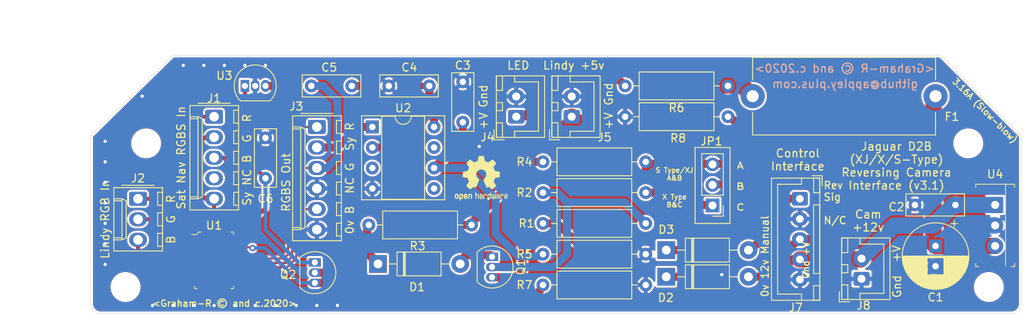
<source format=kicad_pcb>
(kicad_pcb (version 20171130) (host pcbnew 5.1.5-1.fc31)
  (title_block (title "Reversing Camera RGB Interface") (date 15/04/2020) (rev V3.1) (comment 2 "FSAV433/LM1881 based PCB Prototype") (comment 4 "Author: Graham-R"))
  (layers (0 F.Cu signal hide) (31 B.Cu signal hide) (34 B.Paste user hide) (35 F.Paste user hide) (36 B.SilkS user) (37 F.SilkS user) (38 B.Mask user) (39 F.Mask user) (44 Edge.Cuts user))
  (net 0 "")
  (net 1 GND)
  (net 2 "Net-(C3-Pad2)")
  (net 3 "Net-(C5-Pad1)")
  (net 4 "Net-(C5-Pad2)")
  (net 5 "Net-(J1-Pad1)")
  (net 6 "Net-(J1-Pad2)")
  (net 7 "Net-(J1-Pad3)")
  (net 8 "Net-(J2-Pad1)")
  (net 9 "Net-(J2-Pad2)")
  (net 10 "Net-(J2-Pad3)")
  (net 11 "Net-(J3-Pad1)")
  (net 12 "Net-(J3-Pad2)")
  (net 13 "Net-(J3-Pad5)")
  (net 14 "Net-(Q2-Pad3)")
  (net 15 "Net-(C1-Pad1)")
  (net 16 "Net-(C2-Pad2)")
  (net 17 +5V)
  (net 18 "Net-(J4-Pad1)")
  (net 19 "Net-(D1-Pad1)")
  (net 20 "Net-(D1-Pad2)")
  (net 21 "Net-(D2-Pad2)")
  (net 22 "Net-(D2-Pad1)")
  (net 23 "Net-(D3-Pad1)")
  (net 24 "Net-(D3-Pad2)")
  (net 25 "Net-(JP1-Pad1)")
  (net 26 "Net-(Q1-Pad2)")
  (net 27 "Net-(Q2-Pad2)")
  (net 28 +3.3V)
  (module AA_GR_KICAD-footprints:TSSOP-20_W4.4mm (layer F.Cu) (at 40.64 50.8 270)
    (fp_text reference U1 (at -4.318 0 180) (layer F.SilkS))
    (fp_text value FSAV433_Video_Switch)
    (pad 1 smd rect (at -2.925 2.8 270) (size 0.3 1.6) (layers F.Cu F.Paste F.Mask) (net 1 GND))
    (pad 2 smd rect (at -2.275 2.8 270) (size 0.3 1.6) (layers F.Cu F.Paste F.Mask) (net 5 "Net-(J1-Pad1)"))
    (pad 3 smd rect (at -1.625 2.8 270) (size 0.3 1.6) (layers F.Cu F.Paste F.Mask) (net 8 "Net-(J2-Pad1)"))
    (pad 4 smd rect (at -0.975 2.8 270) (size 0.3 1.6) (layers F.Cu F.Paste F.Mask) (net 1 GND))
    (pad 5 smd rect (at -0.325 2.8 270) (size 0.3 1.6) (layers F.Cu F.Paste F.Mask) (net 1 GND))
    (pad 6 smd rect (at 0.325 2.8 270) (size 0.3 1.6) (layers F.Cu F.Paste F.Mask) (net 6 "Net-(J1-Pad2)"))
    (pad 7 smd rect (at 0.975 2.8 270) (size 0.3 1.6) (layers F.Cu F.Paste F.Mask) (net 9 "Net-(J2-Pad2)"))
    (pad 8 smd rect (at 1.625 2.8 270) (size 0.3 1.6) (layers F.Cu F.Paste F.Mask) (net 1 GND))
    (pad 9 smd rect (at 2.275 2.8 270) (size 0.3 1.6) (layers F.Cu F.Paste F.Mask) (net 1 GND))
    (pad 10 smd rect (at 2.925 2.8 270) (size 0.3 1.6) (layers F.Cu F.Paste F.Mask) (net 7 "Net-(J1-Pad3)"))
    (pad 11 smd rect (at 2.925 -2.8 270) (size 0.3 1.6) (layers F.Cu F.Paste F.Mask) (net 10 "Net-(J2-Pad3)"))
    (pad 12 smd rect (at 2.275 -2.8 270) (size 0.3 1.6) (layers F.Cu F.Paste F.Mask) (net 1 GND))
    (pad 13 smd rect (at 1.625 -2.8 270) (size 0.3 1.6) (layers F.Cu F.Paste F.Mask) (net 13 "Net-(J3-Pad5)"))
    (pad 14 smd rect (at 0.975 -2.8 270) (size 0.3 1.6) (layers F.Cu F.Paste F.Mask) (net 1 GND))
    (pad 15 smd rect (at 0.325 -2.8 270) (size 0.3 1.6) (layers F.Cu F.Paste F.Mask) (net 4 "Net-(C5-Pad2)"))
    (pad 16 smd rect (at -0.325 -2.8 270) (size 0.3 1.6) (layers F.Cu F.Paste F.Mask) (net 1 GND))
    (pad 17 smd rect (at -0.975 -2.8 270) (size 0.3 1.6) (layers F.Cu F.Paste F.Mask) (net 11 "Net-(J3-Pad1)"))
    (pad 18 smd rect (at -1.625 -2.8 270) (size 0.3 1.6) (layers F.Cu F.Paste F.Mask) (net 14 "Net-(Q2-Pad3)"))
    (pad 19 smd rect (at -2.275 -2.8 270) (size 0.3 1.6) (layers F.Cu F.Paste F.Mask) (net 28 +3.3V))
    (pad 20 smd rect (at -2.925 -2.8 270) (size 0.3 1.6) (layers F.Cu F.Paste F.Mask) (net 28 +3.3V))
  )
  (module Symbol:OSHW-Logo2_7.3x6mm_SilkScreen (layer F.Cu) (at 73.66 40.64)
    (fp_text reference REF** hide)
    (fp_text value OSHW-Logo2_7.3x6mm_SilkScreen hide)
  )
  (module Capacitor_THT:C_Rect_L7.0mm_W2.5mm_P5.00mm (layer F.Cu) (at 57.658 29.21 180)
    (fp_text reference C5 (at 2.794 2.286) (layer F.SilkS))
    (fp_text value 104K)
    (pad 1 thru_hole circle (at 0 0 180) (size 1.6 1.6) (drill 0.8) (layers *.Cu *.Mask) (net 3 "Net-(C5-Pad1)"))
    (pad 2 thru_hole circle (at 5 0 180) (size 1.6 1.6) (drill 0.8) (layers *.Cu *.Mask) (net 4 "Net-(C5-Pad2)"))
  )
  (module Package_DIP:DIP-8_W7.62mm_Socket (layer F.Cu) (at 60.198 34.29)
    (fp_text reference U2 (at 3.81 -2.33) (layer F.SilkS))
    (fp_text value LM1881_DIP8)
    (pad 1 thru_hole rect (at 0 0) (size 1.6 1.6) (drill 0.8) (layers *.Cu *.Mask) (net 12 "Net-(J3-Pad2)"))
    (pad 5 thru_hole oval (at 7.62 7.62) (size 1.6 1.6) (drill 0.8) (layers *.Cu *.Mask))
    (pad 2 thru_hole oval (at 0 2.54) (size 1.6 1.6) (drill 0.8) (layers *.Cu *.Mask) (net 3 "Net-(C5-Pad1)"))
    (pad 6 thru_hole oval (at 7.62 5.08) (size 1.6 1.6) (drill 0.8) (layers *.Cu *.Mask) (net 2 "Net-(C3-Pad2)"))
    (pad 3 thru_hole oval (at 0 5.08) (size 1.6 1.6) (drill 0.8) (layers *.Cu *.Mask))
    (pad 7 thru_hole oval (at 7.62 2.54) (size 1.6 1.6) (drill 0.8) (layers *.Cu *.Mask))
    (pad 4 thru_hole oval (at 0 7.62) (size 1.6 1.6) (drill 0.8) (layers *.Cu *.Mask) (net 1 GND))
    (pad 8 thru_hole oval (at 7.62 0) (size 1.6 1.6) (drill 0.8) (layers *.Cu *.Mask) (net 17 +5V))
  )
  (module Connector_Molex:Molex_KK-254_AE-6410-06A_1x06_P2.54mm_Vertical (layer F.Cu) (at 53.34 34.29 270)
    (fp_text reference J3 (at -2.54 2.54 180) (layer F.SilkS))
    (fp_text value Conn_01x06)
    (pad 1 thru_hole roundrect (at 0 0 270) (size 1.74 2.2) (drill 1.2) (layers *.Cu *.Mask) (roundrect_rratio 0.143678) (net 11 "Net-(J3-Pad1)"))
    (pad 2 thru_hole oval (at 2.54 0 270) (size 1.74 2.2) (drill 1.2) (layers *.Cu *.Mask) (net 12 "Net-(J3-Pad2)"))
    (pad 3 thru_hole oval (at 5.08 0 270) (size 1.74 2.2) (drill 1.2) (layers *.Cu *.Mask) (net 4 "Net-(C5-Pad2)"))
    (pad 4 thru_hole oval (at 7.62 0 270) (size 1.74 2.2) (drill 1.2) (layers *.Cu *.Mask) (net 1 GND))
    (pad 5 thru_hole oval (at 10.16 0 270) (size 1.74 2.2) (drill 1.2) (layers *.Cu *.Mask) (net 13 "Net-(J3-Pad5)"))
    (pad 6 thru_hole oval (at 12.7 0 270) (size 1.74 2.2) (drill 1.2) (layers *.Cu *.Mask) (net 1 GND))
  )
  (module Connector_JST:JST_XH_B5B-XH-A_1x05_P2.50mm_Vertical (layer F.Cu) (at 113.03 43.18 270)
    (fp_text reference J7 (at 13.462 0.508 180) (layer F.SilkS))
    (fp_text value Conn_01x05)
    (pad 1 thru_hole roundrect (at 0 0 270) (size 1.7 1.95) (drill 0.95) (layers *.Cu *.Mask) (roundrect_rratio 0.147059) (net 24 "Net-(D3-Pad2)"))
    (pad 2 thru_hole oval (at 2.5 0 270) (size 1.7 1.95) (drill 0.95) (layers *.Cu *.Mask) (net 1 GND))
    (pad 3 thru_hole oval (at 5 0 270) (size 1.7 1.95) (drill 0.95) (layers *.Cu *.Mask) (net 21 "Net-(D2-Pad2)"))
    (pad 4 thru_hole oval (at 7.5 0 270) (size 1.7 1.95) (drill 0.95) (layers *.Cu *.Mask) (net 16 "Net-(C2-Pad2)"))
    (pad 5 thru_hole oval (at 10 0 270) (size 1.7 1.95) (drill 0.95) (layers *.Cu *.Mask) (net 1 GND))
  )
  (module Capacitor_THT:CP_Radial_D8.0mm_P2.50mm (layer F.Cu) (at 129.794 49.022 270)
    (fp_text reference C1 (at 6.35 0 180) (layer F.SilkS))
    (fp_text value 220uF/25V)
    (pad 1 thru_hole rect (at 0 0 270) (size 1.6 1.6) (drill 0.8) (layers *.Cu *.Mask) (net 15 "Net-(C1-Pad1)"))
    (pad 2 thru_hole circle (at 2.5 0 270) (size 1.6 1.6) (drill 0.8) (layers *.Cu *.Mask) (net 1 GND))
  )
  (module Capacitor_THT:C_Rect_L7.0mm_W2.5mm_P5.00mm (layer F.Cu) (at 127.254 43.942)
    (fp_text reference C2 (at -2.286 0.254) (layer F.SilkS))
    (fp_text value 103K)
    (pad 1 thru_hole circle (at 0 0) (size 1.6 1.6) (drill 0.8) (layers *.Cu *.Mask) (net 1 GND))
    (pad 2 thru_hole circle (at 5 0) (size 1.6 1.6) (drill 0.8) (layers *.Cu *.Mask) (net 16 "Net-(C2-Pad2)"))
  )
  (module Capacitor_THT:C_Rect_L7.0mm_W2.5mm_P5.00mm (layer F.Cu) (at 71.374 28.702 270)
    (fp_text reference C3 (at -2.032 0 180) (layer F.SilkS))
    (fp_text value 104K)
    (pad 2 thru_hole circle (at 5 0 270) (size 1.6 1.6) (drill 0.8) (layers *.Cu *.Mask) (net 2 "Net-(C3-Pad2)"))
    (pad 1 thru_hole circle (at 0 0 270) (size 1.6 1.6) (drill 0.8) (layers *.Cu *.Mask) (net 1 GND))
  )
  (module Capacitor_THT:C_Rect_L7.0mm_W2.5mm_P5.00mm (layer F.Cu) (at 62.23 29.21)
    (fp_text reference C4 (at 2.54 -2.286) (layer F.SilkS))
    (fp_text value 104K)
    (pad 1 thru_hole circle (at 0 0) (size 1.6 1.6) (drill 0.8) (layers *.Cu *.Mask) (net 1 GND))
    (pad 2 thru_hole circle (at 5 0) (size 1.6 1.6) (drill 0.8) (layers *.Cu *.Mask) (net 17 +5V))
  )
  (module Capacitor_THT:C_Rect_L7.0mm_W2.5mm_P5.00mm (layer F.Cu) (at 46.99 40.64 90)
    (fp_text reference C6 (at -2.54 0 180) (layer F.SilkS))
    (fp_text value 103K)
    (pad 2 thru_hole circle (at 5 0 90) (size 1.6 1.6) (drill 0.8) (layers *.Cu *.Mask) (net 1 GND))
    (pad 1 thru_hole circle (at 0 0 90) (size 1.6 1.6) (drill 0.8) (layers *.Cu *.Mask) (net 28 +3.3V))
  )
  (module Connector_Molex:Molex_KK-254_AE-6410-05A_1x05_P2.54mm_Vertical (layer F.Cu) (at 40.64 33.02 270)
    (fp_text reference J1 (at -2.286 0 180) (layer F.SilkS))
    (fp_text value Conn_01x05)
    (pad 1 thru_hole roundrect (at 0 0 270) (size 1.74 2.2) (drill 1.2) (layers *.Cu *.Mask) (roundrect_rratio 0.143678) (net 5 "Net-(J1-Pad1)"))
    (pad 2 thru_hole oval (at 2.54 0 270) (size 1.74 2.2) (drill 1.2) (layers *.Cu *.Mask) (net 6 "Net-(J1-Pad2)"))
    (pad 3 thru_hole oval (at 5.08 0 270) (size 1.74 2.2) (drill 1.2) (layers *.Cu *.Mask) (net 7 "Net-(J1-Pad3)"))
    (pad 4 thru_hole oval (at 7.62 0 270) (size 1.74 2.2) (drill 1.2) (layers *.Cu *.Mask))
    (pad 5 thru_hole oval (at 10.16 0 270) (size 1.74 2.2) (drill 1.2) (layers *.Cu *.Mask) (net 6 "Net-(J1-Pad2)"))
  )
  (module Connector_Molex:Molex_KK-254_AE-6410-03A_1x03_P2.54mm_Vertical (layer F.Cu) (at 31.242 43.18 270)
    (fp_text reference J2 (at -2.54 0 180) (layer F.SilkS))
    (fp_text value Conn_01x03)
    (pad 1 thru_hole roundrect (at 0 0 270) (size 1.74 2.2) (drill 1.2) (layers *.Cu *.Mask) (roundrect_rratio 0.143678) (net 8 "Net-(J2-Pad1)"))
    (pad 2 thru_hole oval (at 2.54 0 270) (size 1.74 2.2) (drill 1.2) (layers *.Cu *.Mask) (net 9 "Net-(J2-Pad2)"))
    (pad 3 thru_hole oval (at 5.08 0 270) (size 1.74 2.2) (drill 1.2) (layers *.Cu *.Mask) (net 10 "Net-(J2-Pad3)"))
  )
  (module Connector_JST:JST_XH_B2B-XH-A_1x02_P2.50mm_Vertical (layer F.Cu) (at 120.65 53.086 90)
    (fp_text reference J8 (at -3.302 0.254 180) (layer F.SilkS))
    (fp_text value Conn_01x02)
    (pad 1 thru_hole roundrect (at 0 0 90) (size 1.7 2) (drill 1) (layers *.Cu *.Mask) (roundrect_rratio 0.147059) (net 1 GND))
    (pad 2 thru_hole oval (at 2.5 0 90) (size 1.7 2) (drill 1) (layers *.Cu *.Mask) (net 16 "Net-(C2-Pad2)"))
  )
  (module Package_TO_SOT_THT:TO-92_Inline (layer F.Cu) (at 53.086 51.054 270)
    (fp_text reference Q2 (at 1.524 3.302 180) (layer F.SilkS))
    (fp_text value BC550)
    (pad 2 thru_hole oval (at 1.27 0 270) (size 1.05 1.5) (drill 0.75) (layers *.Cu *.Mask) (net 27 "Net-(Q2-Pad2)"))
    (pad 3 thru_hole oval (at 2.54 0 270) (size 1.05 1.5) (drill 0.75) (layers *.Cu *.Mask) (net 14 "Net-(Q2-Pad3)"))
    (pad 1 thru_hole rect (at 0 0 270) (size 1.05 1.5) (drill 0.75) (layers *.Cu *.Mask) (net 28 +3.3V))
  )
  (module Resistor_THT:R_Axial_DIN0309_L9.0mm_D3.2mm_P12.70mm_Horizontal (layer F.Cu) (at 93.98 50.038 180)
    (fp_text reference R5 (at 14.986 0) (layer F.SilkS))
    (fp_text value 680K)
    (pad 2 thru_hole oval (at 12.7 0 180) (size 1.6 1.6) (drill 0.8) (layers *.Cu *.Mask) (net 2 "Net-(C3-Pad2)"))
    (pad 1 thru_hole circle (at 0 0 180) (size 1.6 1.6) (drill 0.8) (layers *.Cu *.Mask) (net 1 GND))
  )
  (module Resistor_THT:R_Axial_DIN0309_L9.0mm_D3.2mm_P12.70mm_Horizontal (layer F.Cu) (at 81.28 53.848)
    (fp_text reference R7 (at -2.286 0) (layer F.SilkS))
    (fp_text value 10K)
    (pad 2 thru_hole oval (at 12.7 0) (size 1.6 1.6) (drill 0.8) (layers *.Cu *.Mask) (net 1 GND))
    (pad 1 thru_hole circle (at 0 0) (size 1.6 1.6) (drill 0.8) (layers *.Cu *.Mask) (net 14 "Net-(Q2-Pad3)"))
  )
  (module Package_TO_SOT_THT:TO-92_Inline (layer F.Cu) (at 44.45 29.21)
    (fp_text reference U3 (at -2.54 -1.27) (layer F.SilkS))
    (fp_text value L78L33_TO92)
    (pad 2 thru_hole oval (at 1.27 0) (size 1.05 1.5) (drill 0.75) (layers *.Cu *.Mask) (net 1 GND))
    (pad 3 thru_hole oval (at 2.54 0) (size 1.05 1.5) (drill 0.75) (layers *.Cu *.Mask) (net 17 +5V))
    (pad 1 thru_hole rect (at 0 0) (size 1.05 1.5) (drill 0.75) (layers *.Cu *.Mask) (net 28 +3.3V))
  )
  (module digikey-footprints:TO-220-3 (layer F.Cu) (at 137.16 43.94 270)
    (fp_text reference U4 (at -3.808 0 180) (layer F.SilkS))
    (fp_text value L7805CV)
    (pad 1 thru_hole rect (at 0 0 270) (size 2 2) (drill 1) (layers *.Cu *.Mask) (net 16 "Net-(C2-Pad2)"))
    (pad 2 thru_hole circle (at 2.54 0 270) (size 2 2) (drill 1) (layers *.Cu *.Mask) (net 1 GND))
    (pad 3 thru_hole circle (at 5.08 0 270) (size 2 2) (drill 1) (layers *.Cu *.Mask) (net 15 "Net-(C1-Pad1)"))
  )
  (module Resistor_THT:R_Axial_DIN0309_L9.0mm_D3.2mm_P12.70mm_Horizontal (layer F.Cu) (at 81.28 46.228)
    (fp_text reference R1 (at -2.032 0) (layer F.SilkS))
    (fp_text value 470K)
    (pad 2 thru_hole oval (at 12.7 0) (size 1.6 1.6) (drill 0.8) (layers *.Cu *.Mask) (net 26 "Net-(Q1-Pad2)"))
    (pad 1 thru_hole circle (at 0 0) (size 1.6 1.6) (drill 0.8) (layers *.Cu *.Mask) (net 16 "Net-(C2-Pad2)"))
  )
  (module Resistor_THT:R_Axial_DIN0309_L9.0mm_D3.2mm_P12.70mm_Horizontal (layer F.Cu) (at 93.98 42.418 180)
    (fp_text reference R2 (at 14.986 0) (layer F.SilkS))
    (fp_text value 47K)
    (pad 2 thru_hole oval (at 12.7 0 180) (size 1.6 1.6) (drill 0.8) (layers *.Cu *.Mask) (net 26 "Net-(Q1-Pad2)"))
    (pad 1 thru_hole circle (at 0 0 180) (size 1.6 1.6) (drill 0.8) (layers *.Cu *.Mask) (net 25 "Net-(JP1-Pad1)"))
  )
  (module Resistor_THT:R_Axial_DIN0309_L9.0mm_D3.2mm_P12.70mm_Horizontal (layer F.Cu) (at 72.4535 46.4185 180)
    (fp_text reference R3 (at 6.6675 -2.6035) (layer F.SilkS))
    (fp_text value 1K)
    (pad 1 thru_hole circle (at 0 0 180) (size 1.6 1.6) (drill 0.8) (layers *.Cu *.Mask) (net 27 "Net-(Q2-Pad2)"))
    (pad 2 thru_hole oval (at 12.7 0 180) (size 1.6 1.6) (drill 0.8) (layers *.Cu *.Mask) (net 19 "Net-(D1-Pad1)"))
  )
  (module Resistor_THT:R_Axial_DIN0309_L9.0mm_D3.2mm_P12.70mm_Horizontal (layer F.Cu) (at 93.98 38.608 180)
    (fp_text reference R4 (at 14.986 0) (layer F.SilkS))
    (fp_text value 47K)
    (pad 1 thru_hole circle (at 0 0 180) (size 1.6 1.6) (drill 0.8) (layers *.Cu *.Mask) (net 22 "Net-(D2-Pad1)"))
    (pad 2 thru_hole oval (at 12.7 0 180) (size 1.6 1.6) (drill 0.8) (layers *.Cu *.Mask) (net 27 "Net-(Q2-Pad2)"))
  )
  (module Resistor_THT:R_Axial_DIN0309_L9.0mm_D3.2mm_P12.70mm_Horizontal (layer F.Cu) (at 104.14 33.02 180)
    (fp_text reference R8 (at 6.1595 -2.667) (layer F.SilkS))
    (fp_text value 10K)
    (pad 2 thru_hole oval (at 12.7 0 180) (size 1.6 1.6) (drill 0.8) (layers *.Cu *.Mask) (net 1 GND))
    (pad 1 thru_hole circle (at 0 0 180) (size 1.6 1.6) (drill 0.8) (layers *.Cu *.Mask) (net 21 "Net-(D2-Pad2)"))
  )
  (module Fuse:Fuseholder_Cylinder-5x20mm_Stelvio-Kontek_PTF78_Horizontal_Open (layer F.Cu) (at 129.794 30.48 180)
    (fp_text reference F1 (at -2.032 -2.54) (layer F.SilkS))
    (fp_text value Fuse)
    (pad 1 thru_hole circle (at 0 0 180) (size 3 3) (drill 1.5) (layers *.Cu *.Mask) (net 15 "Net-(C1-Pad1)"))
    (pad 2 thru_hole circle (at 22.6 0 180) (size 3 3) (drill 1.5) (layers *.Cu *.Mask) (net 17 +5V))
  )
  (module Diode_THT:D_DO-41_SOD81_P10.16mm_Horizontal (layer F.Cu) (at 60.8965 51.2445)
    (fp_text reference D1 (at 4.826 2.8575) (layer F.SilkS))
    (fp_text value 1N4001)
    (pad 1 thru_hole rect (at 0 0) (size 2.2 2.2) (drill 1.1) (layers *.Cu *.Mask) (net 19 "Net-(D1-Pad1)"))
    (pad 2 thru_hole oval (at 10.16 0) (size 2.2 2.2) (drill 1.1) (layers *.Cu *.Mask) (net 20 "Net-(D1-Pad2)"))
  )
  (module Diode_THT:D_DO-41_SOD81_P10.16mm_Horizontal (layer F.Cu) (at 96.52 52.832)
    (fp_text reference D2 (at -0.0635 2.6035) (layer F.SilkS))
    (fp_text value 1N4001)
    (pad 2 thru_hole oval (at 10.16 0) (size 2.2 2.2) (drill 1.1) (layers *.Cu *.Mask) (net 21 "Net-(D2-Pad2)"))
    (pad 1 thru_hole rect (at 0 0) (size 2.2 2.2) (drill 1.1) (layers *.Cu *.Mask) (net 22 "Net-(D2-Pad1)"))
  )
  (module Diode_THT:D_DO-41_SOD81_P10.16mm_Horizontal (layer F.Cu) (at 96.52 49.53)
    (fp_text reference D3 (at 0 -2.54) (layer F.SilkS))
    (fp_text value 1N4001)
    (pad 1 thru_hole rect (at 0 0) (size 2.2 2.2) (drill 1.1) (layers *.Cu *.Mask) (net 23 "Net-(D3-Pad1)"))
    (pad 2 thru_hole oval (at 10.16 0) (size 2.2 2.2) (drill 1.1) (layers *.Cu *.Mask) (net 24 "Net-(D3-Pad2)"))
  )
  (module Package_TO_SOT_THT:TO-92_Inline (layer F.Cu) (at 74.9935 50.3555 270)
    (fp_text reference Q1 (at 1.27 -3.56 90) (layer F.SilkS))
    (fp_text value BC214)
    (pad 2 thru_hole oval (at 1.27 0 270) (size 1.05 1.5) (drill 0.75) (layers *.Cu *.Mask) (net 26 "Net-(Q1-Pad2)"))
    (pad 3 thru_hole oval (at 2.54 0 270) (size 1.05 1.5) (drill 0.75) (layers *.Cu *.Mask) (net 17 +5V))
    (pad 1 thru_hole rect (at 0 0 270) (size 1.05 1.5) (drill 0.75) (layers *.Cu *.Mask) (net 20 "Net-(D1-Pad2)"))
  )
  (module MountingHole:MountingHole_3.2mm_M3_ISO7380 (layer F.Cu) (at 29.7 54.1)
    (fp_text reference H1 hide)
    (fp_text value MountingHole)
    (pad 1 np_thru_hole circle (at 0 0) (size 3.2 3.2) (drill 3.2) (layers *.Cu *.Mask))
  )
  (module MountingHole:MountingHole_3.2mm_M3_ISO7380 (layer F.Cu) (at 32.24 36.32 90)
    (fp_text reference H2 hide)
    (fp_text value MountingHole)
    (pad 1 np_thru_hole circle (at 0 0 90) (size 3.2 3.2) (drill 3.2) (layers *.Cu *.Mask))
  )
  (module MountingHole:MountingHole_3.2mm_M3_ISO7380 (layer F.Cu) (at 133.84 36.32)
    (fp_text reference H3 hide)
    (fp_text value MountingHole)
    (pad 1 np_thru_hole circle (at 0 0) (size 3.2 3.2) (drill 3.2) (layers *.Cu *.Mask))
  )
  (module Connector_PinHeader_2.54mm:PinHeader_1x03_P2.54mm_Vertical (layer F.Cu) (at 102.235 44.0055 180)
    (fp_text reference JP1 (at 0.127 7.9375) (layer F.SilkS))
    (fp_text value Jumper_3_Bridged12)
    (pad 1 thru_hole rect (at 0 0 180) (size 1.7 1.7) (drill 1) (layers *.Cu *.Mask) (net 25 "Net-(JP1-Pad1)"))
    (pad 2 thru_hole oval (at 0 2.54 180) (size 1.7 1.7) (drill 1) (layers *.Cu *.Mask) (net 23 "Net-(D3-Pad1)"))
    (pad 3 thru_hole oval (at 0 5.08 180) (size 1.7 1.7) (drill 1) (layers *.Cu *.Mask) (net 22 "Net-(D2-Pad1)"))
  )
  (module AA_GR_KICAD-footprints:MountingHole_3.2mm_M3_ISO7380_no_courtyard (layer F.Cu) (at 136.38 54.1)
    (fp_text reference H4 hide)
    (fp_text value MountingHole hide)
    (pad 1 np_thru_hole circle (at 0 0) (size 3.2 3.2) (drill 3.2) (layers *.Cu *.Mask))
  )
  (module Resistor_THT:R_Axial_DIN0309_L9.0mm_D3.2mm_P12.70mm_Horizontal (layer F.Cu) (at 104.14 29.21 180)
    (fp_text reference R6 (at 6.35 -2.72) (layer F.SilkS))
    (fp_text value 330R)
    (pad 1 thru_hole circle (at 0 0 180) (size 1.6 1.6) (drill 0.8) (layers *.Cu *.Mask) (net 17 +5V))
    (pad 2 thru_hole oval (at 12.7 0 180) (size 1.6 1.6) (drill 0.8) (layers *.Cu *.Mask) (net 18 "Net-(J4-Pad1)"))
  )
  (module Connector_JST:JST_XH_B2B-XH-A_1x02_P2.50mm_Vertical (layer F.Cu) (at 77.978 33.02 90)
    (fp_text reference J4 (at -2.54 -3.55 180) (layer F.SilkS))
    (fp_text value Conn_01x03)
    (pad 2 thru_hole oval (at 2.5 0 90) (size 1.7 2) (drill 1) (layers *.Cu *.Mask) (net 1 GND))
    (pad 1 thru_hole roundrect (at 0 0 90) (size 1.7 2) (drill 1) (layers *.Cu *.Mask) (roundrect_rratio 0.147059) (net 18 "Net-(J4-Pad1)"))
  )
  (module Connector_JST:JST_XH_B2B-XH-A_1x02_P2.50mm_Vertical (layer F.Cu) (at 84.836 33.02 90)
    (fp_text reference J5 (at -2.54 4.064 180) (layer F.SilkS))
    (fp_text value Conn_01x03)
    (pad 1 thru_hole roundrect (at 0 0 90) (size 1.7 2) (drill 1) (layers *.Cu *.Mask) (roundrect_rratio 0.147059) (net 17 +5V))
    (pad 2 thru_hole oval (at 2.5 0 90) (size 1.7 2) (drill 1) (layers *.Cu *.Mask) (net 1 GND))
  )
  (gr_line (start 100.076 46.228) (end 100.076 36.83) (layer F.SilkS) (width 0.12))
  (gr_line (start 104.394 46.228) (end 100.076 46.228) (layer F.SilkS) (width 0.12))
  (gr_line (start 104.394 36.83) (end 104.394 46.228) (layer F.SilkS) (width 0.12))
  (gr_line (start 100.076 36.83) (end 104.394 36.83) (layer F.SilkS) (width 0.12))
  (gr_text "A\n\nB\n\nC" (at 105.664 41.656) (layer F.SilkS) (effects (font (size 0.8 1))))
  (gr_text Gnd (at 125.0315 54.0385 90) (layer F.SilkS) (effects (font (size 1 1))))
  (gr_text +V (at 124.968 49.9745 90) (layer F.SilkS) (effects (font (size 1 1))))
  (gr_text "X Type\nB&C" (at 97.536 43.434) (layer F.SilkS) (effects (font (size 0.6 0.6) (thickness 0.125))))
  (gr_text "Rev \nSig\n\nN/C" (at 115.8875 43.688) (layer F.SilkS) (effects (font (size 0.9 0.9)) (justify left)))
  (gr_text "<Graham-R © and c.2020>" (at 118.5545 27.051) (layer B.SilkS) (effects (font (size 1 1)) (justify mirror)))
  (gr_arc (start 26.67 56.134) (end 25.4 56.134) (angle -90) (layer Edge.Cuts) (width 0.05))
  (gr_arc (start 139.1158 56.134) (end 139.1158 57.404) (angle -90) (layer Edge.Cuts) (width 0.05))
  (gr_text github@appley.plus.com (at 118.618 28.956) (layer B.SilkS) (effects (font (size 1 1)) (justify mirror)))
  (gr_text "Control\nInterface" (at 112.776 38.354) (layer F.SilkS) (effects (font (size 1 1))))
  (gr_text "Gnd +V" (at 113.792 50.8 90) (layer F.SilkS) (effects (font (size 0.8 0.8))))
  (gr_text "Cam\n+12v" (at 121.4755 45.9105) (layer F.SilkS) (effects (font (size 1 1))))
  (gr_text "0v 12v Manual" (at 108.712 50.292 90) (layer F.SilkS) (effects (font (size 0.9 0.9))))
  (gr_text "S Type/XJ\nA&B" (at 97.536 40.132) (layer F.SilkS) (effects (font (size 0.6 0.6) (thickness 0.125))))
  (gr_text "<Graham-R © and c.2020>" (at 41.91 56.134) (layer F.SilkS) (effects (font (size 0.8 0.8))))
  (gr_text "Jaguar D2B\n(XJ/X/S-Type)\nReversing Camera\nInterface (v3.1)" (at 124.968 39.116) (layer F.SilkS) (effects (font (size 1 1))))
  (gr_text "RGBS Out" (at 49.53 41.148 90) (layer F.SilkS) (effects (font (size 1 1))))
  (gr_text "B  G  R" (at 35.306 45.72 90) (layer F.SilkS) (effects (font (size 1 1))))
  (gr_text "0v B  NC G  Sy R" (at 57.404 40.64 90) (layer F.SilkS) (effects (font (size 1 1))))
  (gr_text "Sy NC B  G  R" (at 44.704 38.354 90) (layer F.SilkS) (effects (font (size 1 1))))
  (gr_text "Sat Nav RGBS In" (at 36.576 38.1 90) (layer F.SilkS) (effects (font (size 1 1))))
  (gr_text "Lindy RGB In" (at 27.178 45.72 90) (layer F.SilkS) (effects (font (size 1 1))))
  (gr_text +V (at 89.408 33.528 90) (layer F.SilkS) (effects (font (size 1 1))))
  (gr_text +V (at 73.914 33.528 90) (layer F.SilkS) (effects (font (size 1 1))))
  (gr_text Gnd (at 73.914 30.48 90) (layer F.SilkS) (effects (font (size 1 1))))
  (gr_text Gnd (at 89.408 30.226 90) (layer F.SilkS) (effects (font (size 1 1))))
  (gr_text "Lindy +5v" (at 85.09 26.67) (layer F.SilkS) (effects (font (size 1 1))))
  (gr_text LED (at 78.232 26.67) (layer F.SilkS) (effects (font (size 1 1))))
  (gr_text "3.16A (Slow-blow)" (at 135.89 32.258 -45) (layer F.SilkS) (effects (font (size 0.75 0.75))))
  (gr_line (start 140.3858 35.4) (end 130.3858 25.4) (layer Edge.Cuts) (width 0.05))
  (gr_line (start 35.56 25.4) (end 25.4 35.4) (layer Edge.Cuts) (width 0.05))
  (gr_line (start 26.67 57.404) (end 139.1158 57.404) (layer Edge.Cuts) (width 0.05))
  (gr_line (start 25.4 35.4) (end 25.4 56.134) (layer Edge.Cuts) (width 0.05))
  (gr_line (start 140.3858 35.4) (end 140.3858 56.134) (layer Edge.Cuts) (width 0.05))
  (gr_line (start 35.56 25.4) (end 130.3858 25.4) (layer Edge.Cuts) (width 0.05))
  (via (at 33.02 56.388) (size 0.8) (drill 0.4) (layers F.Cu B.Cu) (net 1))
  (via (at 35.56 56.388) (size 0.8) (drill 0.4) (layers F.Cu B.Cu) (net 1))
  (via (at 38.1 56.388) (size 0.8) (drill 0.4) (layers F.Cu B.Cu) (net 1))
  (via (at 40.64 56.388) (size 0.8) (drill 0.4) (layers F.Cu B.Cu) (net 1))
  (via (at 43.18 56.388) (size 0.8) (drill 0.4) (layers F.Cu B.Cu) (net 1))
  (via (at 45.72 56.388) (size 0.8) (drill 0.4) (layers F.Cu B.Cu) (net 1))
  (via (at 48.26 56.388) (size 0.8) (drill 0.4) (layers F.Cu B.Cu) (net 1))
  (via (at 50.8 56.388) (size 0.8) (drill 0.4) (layers F.Cu B.Cu) (net 1))
  (via (at 53.34 56.388) (size 0.8) (drill 0.4) (layers F.Cu B.Cu) (net 1))
  (via (at 55.88 56.388) (size 0.8) (drill 0.4) (layers F.Cu B.Cu) (net 1))
  (via (at 27.178 36.068) (size 0.8) (drill 0.4) (layers F.Cu B.Cu) (net 1))
  (via (at 27.178 38.608) (size 0.8) (drill 0.4) (layers F.Cu B.Cu) (net 1))
  (via (at 27.178 41.148) (size 0.8) (drill 0.4) (layers F.Cu B.Cu) (net 1))
  (via (at 27.178 43.688) (size 0.8) (drill 0.4) (layers F.Cu B.Cu) (net 1))
  (via (at 27.178 46.228) (size 0.8) (drill 0.4) (layers F.Cu B.Cu) (net 1))
  (via (at 27.178 48.768) (size 0.8) (drill 0.4) (layers F.Cu B.Cu) (net 1))
  (via (at 27.178 51.308) (size 0.8) (drill 0.4) (layers F.Cu B.Cu) (net 1))
  (via (at 36.83 26.67) (size 0.8) (drill 0.4) (layers F.Cu B.Cu) (net 1))
  (via (at 39.37 26.67) (size 0.8) (drill 0.4) (layers F.Cu B.Cu) (net 1))
  (via (at 41.91 26.67) (size 0.8) (drill 0.4) (layers F.Cu B.Cu) (net 1))
  (via (at 44.45 26.67) (size 0.8) (drill 0.4) (layers F.Cu B.Cu) (net 1))
  (via (at 46.99 26.67) (size 0.8) (drill 0.4) (layers F.Cu B.Cu) (net 1))
  (via (at 31.75 30.48) (size 0.8) (drill 0.4) (layers F.Cu B.Cu) (net 1))
  (via (at 73.406 36.703) (size 0.8) (drill 0.4) (layers F.Cu B.Cu) (net 1))
  (via (at 103.378 52.578) (size 0.8) (drill 0.4) (layers F.Cu B.Cu) (net 1))
  (segment (start 131.866 51.522) (end 129.794 51.522) (width 2) (layer B.Cu) (net 1))
  (segment (start 133.604 49.784) (end 131.866 51.522) (width 2) (layer B.Cu) (net 1))
  (segment (start 135.745787 46.48) (end 135.743787 46.482) (width 2) (layer B.Cu) (net 1))
  (segment (start 137.16 46.48) (end 135.745787 46.48) (width 2) (layer B.Cu) (net 1))
  (segment (start 135.743787 46.482) (end 134.874 46.482) (width 2) (layer B.Cu) (net 1))
  (segment (start 134.874 46.482) (end 133.604 47.752) (width 2) (layer B.Cu) (net 1))
  (segment (start 133.604 47.752) (end 133.604 49.784) (width 2) (layer B.Cu) (net 1))
  (segment (start 71.374 35.814) (end 67.818 39.37) (width 1) (layer F.Cu) (net 2))
  (segment (start 71.374 33.702) (end 71.374 35.814) (width 1) (layer F.Cu) (net 2))
  (segment (start 71.628 39.37) (end 67.818 39.37) (width 1) (layer B.Cu) (net 2))
  (segment (start 81.026 50.292) (end 78.232 50.292) (width 1) (layer B.Cu) (net 2))
  (segment (start 75.438 43.18) (end 71.628 39.37) (width 1) (layer B.Cu) (net 2))
  (segment (start 81.28 50.038) (end 81.026 50.292) (width 1) (layer B.Cu) (net 2))
  (segment (start 78.232 50.292) (end 75.438 47.498) (width 1) (layer B.Cu) (net 2))
  (segment (start 75.438 47.498) (end 75.438 43.18) (width 1) (layer B.Cu) (net 2))
  (segment (start 61.32937 36.83) (end 60.198 36.83) (width 1) (layer F.Cu) (net 3))
  (segment (start 61.976 32.39663) (end 61.976 36.18337) (width 1) (layer F.Cu) (net 3))
  (segment (start 57.658 29.21) (end 58.78937 29.21) (width 1) (layer F.Cu) (net 3))
  (segment (start 61.976 36.18337) (end 61.32937 36.83) (width 1) (layer F.Cu) (net 3))
  (segment (start 58.78937 29.21) (end 61.976 32.39663) (width 1) (layer F.Cu) (net 3))
  (segment (start 51.99 39.37) (end 53.34 39.37) (width 0.25) (layer F.Cu) (net 4))
  (segment (start 51.562 39.798) (end 51.99 39.37) (width 0.25) (layer F.Cu) (net 4))
  (segment (start 51.562 44.32159) (end 51.562 39.798) (width 0.25) (layer F.Cu) (net 4))
  (segment (start 49.474 51.125) (end 49.4792 51.1302) (width 0.25) (layer F.Cu) (net 4))
  (segment (start 49.4792 51.1302) (end 50.292 50.3174) (width 0.25) (layer F.Cu) (net 4))
  (segment (start 50.292 45.59159) (end 51.562 44.32159) (width 0.25) (layer F.Cu) (net 4))
  (segment (start 43.44 51.125) (end 49.474 51.125) (width 0.25) (layer F.Cu) (net 4))
  (segment (start 50.292 50.3174) (end 50.292 45.59159) (width 0.25) (layer F.Cu) (net 4))
  (segment (start 55.88 38.1) (end 54.61 39.37) (width 1) (layer B.Cu) (net 4))
  (segment (start 54.61 39.37) (end 53.34 39.37) (width 1) (layer B.Cu) (net 4))
  (segment (start 55.88 30.988) (end 55.88 38.1) (width 1) (layer B.Cu) (net 4))
  (segment (start 52.658 29.21) (end 54.102 29.21) (width 1) (layer B.Cu) (net 4))
  (segment (start 54.102 29.21) (end 55.88 30.988) (width 1) (layer B.Cu) (net 4))
  (segment (start 37.592 33.02) (end 40.64 33.02) (width 0.5) (layer F.Cu) (net 5))
  (segment (start 36.7902 48.525) (end 36.4236 48.1584) (width 0.4) (layer F.Cu) (net 5))
  (segment (start 36.449 34.163) (end 37.592 33.02) (width 0.5) (layer F.Cu) (net 5))
  (segment (start 37.84 48.525) (end 36.7902 48.525) (width 0.4) (layer F.Cu) (net 5))
  (segment (start 36.4236 48.1584) (end 36.449 48.133) (width 0.25) (layer F.Cu) (net 5))
  (segment (start 36.4236 48.133) (end 36.4236 34.163) (width 0.5) (layer F.Cu) (net 5))
  (segment (start 37.977 51.1302) (end 39.3406 51.1302) (width 0.4) (layer F.Cu) (net 6))
  (segment (start 37.84 51.125) (end 37.917 51.125) (width 0.25) (layer F.Cu) (net 6))
  (segment (start 37.917 51.125) (end 37.977 51.185) (width 0.25) (layer F.Cu) (net 6))
  (segment (start 40.64 49.8856) (end 40.64 43.18) (width 0.5) (layer F.Cu) (net 6))
  (segment (start 39.3406 51.1302) (end 40.64 49.8856) (width 0.5) (layer F.Cu) (net 6))
  (segment (start 39.5478 43.18) (end 40.64 43.18) (width 0.5) (layer F.Cu) (net 6))
  (segment (start 38.3032 41.9354) (end 39.5478 43.18) (width 0.5) (layer F.Cu) (net 6))
  (segment (start 38.3032 36.7792) (end 38.3032 41.9354) (width 0.5) (layer F.Cu) (net 6))
  (segment (start 40.64 35.56) (end 39.5224 35.56) (width 0.5) (layer F.Cu) (net 6))
  (segment (start 39.5224 35.56) (end 38.3032 36.7792) (width 0.5) (layer F.Cu) (net 6))
  (segment (start 41.8084 38.1) (end 40.64 38.1) (width 0.25) (layer F.Cu) (net 7))
  (segment (start 41.5798 52.705) (end 41.5798 45.974) (width 0.5) (layer F.Cu) (net 7))
  (segment (start 40.5598 53.725) (end 41.5798 52.705) (width 0.5) (layer F.Cu) (net 7))
  (segment (start 37.84 53.725) (end 40.5598 53.725) (width 0.5) (layer F.Cu) (net 7))
  (segment (start 43.053 39.3446) (end 41.8084 38.1) (width 0.5) (layer F.Cu) (net 7))
  (segment (start 43.053 44.5008) (end 43.053 39.3446) (width 0.5) (layer F.Cu) (net 7))
  (segment (start 41.5798 45.974) (end 43.053 44.5008) (width 0.5) (layer F.Cu) (net 7))
  (segment (start 36.2464 49.175) (end 37.84 49.175) (width 0.5) (layer F.Cu) (net 8))
  (segment (start 35.0774 48.006) (end 36.2464 49.175) (width 0.5) (layer F.Cu) (net 8))
  (segment (start 35.0774 44.2214) (end 35.0774 48.006) (width 0.5) (layer F.Cu) (net 8))
  (segment (start 31.242 43.18) (end 34.036 43.18) (width 0.5) (layer F.Cu) (net 8))
  (segment (start 34.036 43.18) (end 35.0774 44.2214) (width 0.5) (layer F.Cu) (net 8))
  (segment (start 35.138 51.775) (end 37.84 51.775) (width 0.5) (layer F.Cu) (net 9))
  (segment (start 32.7914 45.72) (end 33.0454 45.974) (width 0.5) (layer F.Cu) (net 9))
  (segment (start 33.0708 49.7078) (end 35.138 51.775) (width 0.5) (layer F.Cu) (net 9))
  (segment (start 31.242 45.72) (end 32.7914 45.72) (width 0.5) (layer F.Cu) (net 9))
  (segment (start 33.0708 45.9994) (end 32.7914 45.72) (width 0.5) (layer F.Cu) (net 9))
  (segment (start 33.0708 49.7078) (end 33.0708 45.9994) (width 0.5) (layer F.Cu) (net 9))
  (segment (start 31.2166 48.2854) (end 31.242 48.26) (width 0.5) (layer F.Cu) (net 10))
  (segment (start 35.7124 55.118) (end 31.242 50.6476) (width 0.5) (layer F.Cu) (net 10))
  (segment (start 42.447 55.118) (end 35.7124 55.118) (width 0.5) (layer F.Cu) (net 10))
  (segment (start 43.44 53.725) (end 43.44 54.125) (width 0.5) (layer F.Cu) (net 10))
  (segment (start 31.242 50.6476) (end 31.242 48.26) (width 0.5) (layer F.Cu) (net 10))
  (segment (start 43.44 54.125) (end 42.447 55.118) (width 0.5) (layer F.Cu) (net 10))
  (segment (start 51.054 34.671) (end 51.435 34.29) (width 0.25) (layer F.Cu) (net 11))
  (segment (start 51.054 43.942) (end 51.054 34.671) (width 0.25) (layer F.Cu) (net 11))
  (segment (start 49.784 45.212) (end 51.054 43.942) (width 0.25) (layer F.Cu) (net 11))
  (segment (start 44.3132 49.825) (end 45.0596 50.5714) (width 0.25) (layer F.Cu) (net 11))
  (segment (start 51.435 34.29) (end 53.34 34.29) (width 0.25) (layer F.Cu) (net 11))
  (segment (start 43.44 49.825) (end 44.3132 49.825) (width 0.25) (layer F.Cu) (net 11))
  (segment (start 49.784 50.038) (end 49.784 45.212) (width 0.25) (layer F.Cu) (net 11))
  (segment (start 45.0596 50.5714) (end 49.2506 50.5714) (width 0.25) (layer F.Cu) (net 11))
  (segment (start 49.2506 50.5714) (end 49.784 50.038) (width 0.25) (layer F.Cu) (net 11))
  (segment (start 53.34 36.83) (end 55.88 36.83) (width 1) (layer F.Cu) (net 12))
  (segment (start 58.398 34.29) (end 60.198 34.29) (width 1) (layer F.Cu) (net 12))
  (segment (start 55.88 36.808) (end 58.398 34.29) (width 1) (layer F.Cu) (net 12))
  (segment (start 55.88 36.83) (end 55.88 36.808) (width 1) (layer F.Cu) (net 12))
  (segment (start 50.8 50.5206) (end 50.8 45.72) (width 0.25) (layer F.Cu) (net 13))
  (segment (start 52.07 44.45) (end 53.34 44.45) (width 0.25) (layer F.Cu) (net 13))
  (segment (start 50.8 45.72) (end 52.07 44.45) (width 0.25) (layer F.Cu) (net 13))
  (segment (start 43.44 52.425) (end 48.8956 52.425) (width 0.25) (layer F.Cu) (net 13))
  (segment (start 48.8956 52.425) (end 50.8 50.5206) (width 0.25) (layer F.Cu) (net 13))
  (segment (start 80.264 55.626) (end 81.28 53.848) (width 1) (layer F.Cu) (net 14))
  (segment (start 57.404 55.626) (end 80.264 55.626) (width 1) (layer F.Cu) (net 14))
  (segment (start 53.086 53.594) (end 55.372 53.594) (width 1) (layer F.Cu) (net 14))
  (segment (start 55.372 53.594) (end 57.404 55.626) (width 1) (layer F.Cu) (net 14))
  (via (at 45.3898 49.276) (size 0.8) (drill 0.4) (layers F.Cu B.Cu) (net 14))
  (segment (start 45.2888 49.175) (end 43.44 49.175) (width 0.25) (layer F.Cu) (net 14))
  (segment (start 45.3898 49.276) (end 45.2888 49.175) (width 0.25) (layer F.Cu) (net 14))
  (segment (start 51.2572 53.594) (end 53.086 53.594) (width 0.5) (layer B.Cu) (net 14))
  (segment (start 45.3898 49.276) (end 46.9392 49.276) (width 0.5) (layer B.Cu) (net 14))
  (segment (start 46.9392 49.276) (end 51.2572 53.594) (width 0.5) (layer B.Cu) (net 14))
  (segment (start 129.796 49.02) (end 129.794 49.022) (width 2) (layer F.Cu) (net 15))
  (segment (start 137.16 49.02) (end 129.796 49.02) (width 2) (layer F.Cu) (net 15))
  (segment (start 129.54 48.768) (end 129.794 49.022) (width 2) (layer F.Cu) (net 15))
  (segment (start 129.54 30.48) (end 129.54 48.768) (width 2) (layer F.Cu) (net 15))
  (segment (start 120.556 50.68) (end 120.65 50.586) (width 2) (layer F.Cu) (net 16))
  (segment (start 113.03 50.68) (end 120.556 50.68) (width 2) (layer F.Cu) (net 16))
  (segment (start 132.254 43.942) (end 137.16 43.94) (width 2) (layer B.Cu) (net 16))
  (segment (start 132.008601 43.942) (end 132.254 43.942) (width 2) (layer B.Cu) (net 16))
  (segment (start 129.468601 46.482) (end 132.008601 43.942) (width 2) (layer B.Cu) (net 16))
  (segment (start 124.714 46.482) (end 129.468601 46.482) (width 2) (layer B.Cu) (net 16))
  (segment (start 120.65 50.586) (end 120.65 50.546) (width 2) (layer B.Cu) (net 16))
  (segment (start 120.65 50.546) (end 124.714 46.482) (width 2) (layer B.Cu) (net 16))
  (segment (start 92.456 55.626) (end 107.188 55.626) (width 1) (layer F.Cu) (net 16))
  (segment (start 112.134 50.68) (end 113.03 50.68) (width 1) (layer F.Cu) (net 16))
  (segment (start 107.188 55.626) (end 112.134 50.68) (width 1) (layer F.Cu) (net 16))
  (segment (start 81.28 46.228) (end 83.058 46.228) (width 1) (layer F.Cu) (net 16))
  (segment (start 83.058 46.228) (end 92.456 55.626) (width 1) (layer F.Cu) (net 16))
  (segment (start 46.99 29.21) (end 48.515 29.21) (width 1) (layer F.Cu) (net 17))
  (segment (start 107.194 30.48) (end 106.68 30.48) (width 2) (layer B.Cu) (net 17))
  (segment (start 67.818 34.29) (end 68.072 34.29) (width 1) (layer F.Cu) (net 17))
  (segment (start 87.8205 36.0045) (end 84.836 33.02) (width 2) (layer F.Cu) (net 17))
  (segment (start 85.344 33.02) (end 88.3285 36.0045) (width 1) (layer F.Cu) (net 17))
  (segment (start 87.8205 36.0045) (end 87.249 35.433) (width 1) (layer F.Cu) (net 17))
  (segment (start 74.9935 52.8955) (end 77.9145 52.8955) (width 1) (layer F.Cu) (net 17))
  (segment (start 77.9145 52.8955) (end 78.74 52.07) (width 1) (layer F.Cu) (net 17))
  (segment (start 78.74 52.07) (end 78.74 41.91) (width 1) (layer F.Cu) (net 17))
  (segment (start 78.74 41.91) (end 80.01 40.64) (width 1) (layer F.Cu) (net 17))
  (segment (start 80.01 40.64) (end 83.82 40.64) (width 1) (layer F.Cu) (net 17))
  (segment (start 87.8205 36.6395) (end 87.8205 36.0045) (width 1) (layer F.Cu) (net 17))
  (segment (start 83.82 40.64) (end 87.8205 36.6395) (width 1) (layer F.Cu) (net 17))
  (segment (start 67.818 34.29) (end 67.818 32.512) (width 1) (layer F.Cu) (net 17))
  (segment (start 67.818 32.512) (end 68.58 31.75) (width 1) (layer F.Cu) (net 17))
  (segment (start 68.58 31.75) (end 72.39 31.75) (width 1) (layer F.Cu) (net 17))
  (segment (start 72.39 31.75) (end 76.2 35.56) (width 1) (layer F.Cu) (net 17))
  (segment (start 82.296 35.56) (end 84.836 33.02) (width 1) (layer F.Cu) (net 17))
  (segment (start 76.2 35.56) (end 82.296 35.56) (width 1) (layer F.Cu) (net 17))
  (segment (start 67.23 30.4) (end 67.23 29.21) (width 1) (layer F.Cu) (net 17))
  (segment (start 68.58 31.75) (end 67.23 30.4) (width 1) (layer F.Cu) (net 17))
  (segment (start 102.2985 29.1465) (end 95.4405 36.0045) (width 2) (layer F.Cu) (net 17))
  (segment (start 107.194 30.48) (end 105.8605 29.1465) (width 2) (layer F.Cu) (net 17))
  (segment (start 95.4405 36.0045) (end 87.8205 36.0045) (width 2) (layer F.Cu) (net 17))
  (segment (start 105.8605 29.1465) (end 102.2985 29.1465) (width 2) (layer F.Cu) (net 17))
  (segment (start 65.532 29.21) (end 67.23 29.21) (width 0.8) (layer F.Cu) (net 17))
  (segment (start 62.992 26.67) (end 65.532 29.21) (width 0.8) (layer F.Cu) (net 17))
  (segment (start 48.515 29.21) (end 51.055 26.67) (width 0.8) (layer F.Cu) (net 17))
  (segment (start 51.055 26.67) (end 62.992 26.67) (width 0.8) (layer F.Cu) (net 17))
  (segment (start 81.28 27.94) (end 80.01 29.21) (width 1) (layer F.Cu) (net 18))
  (segment (start 80.01 29.21) (end 80.01 31.93401) (width 1) (layer F.Cu) (net 18))
  (segment (start 91.44 29.21) (end 90.17 27.94) (width 1) (layer F.Cu) (net 18))
  (segment (start 80.01 31.93401) (end 78.92401 33.02) (width 1) (layer F.Cu) (net 18))
  (segment (start 90.17 27.94) (end 81.28 27.94) (width 1) (layer F.Cu) (net 18))
  (segment (start 59.563 46.1645) (end 59.563 49.911) (width 1) (layer F.Cu) (net 19))
  (segment (start 60.8965 51.1175) (end 59.7535 49.9745) (width 1) (layer F.Cu) (net 19))
  (segment (start 60.8965 51.2445) (end 60.8965 51.1175) (width 1) (layer F.Cu) (net 19))
  (segment (start 59.563 49.911) (end 60.8965 51.2445) (width 1) (layer F.Cu) (net 19))
  (segment (start 74.803 50.165) (end 74.9935 50.3555) (width 1) (layer F.Cu) (net 20))
  (segment (start 71.755 50.165) (end 74.803 50.165) (width 1) (layer F.Cu) (net 20))
  (segment (start 71.0565 50.8635) (end 71.755 50.165) (width 1) (layer F.Cu) (net 20))
  (segment (start 71.0565 51.2445) (end 71.0565 50.8635) (width 1) (layer F.Cu) (net 20))
  (segment (start 111.76 40.386) (end 104.394 33.02) (width 1) (layer F.Cu) (net 21))
  (segment (start 115.142 48.18) (end 116.586 46.736) (width 1) (layer F.Cu) (net 21))
  (segment (start 104.394 33.02) (end 104.14 33.02) (width 1) (layer F.Cu) (net 21))
  (segment (start 116.586 42.164) (end 114.808 40.386) (width 1) (layer F.Cu) (net 21))
  (segment (start 113.03 48.18) (end 115.142 48.18) (width 1) (layer F.Cu) (net 21))
  (segment (start 116.586 46.736) (end 116.586 42.164) (width 1) (layer F.Cu) (net 21))
  (segment (start 114.808 40.386) (end 111.76 40.386) (width 1) (layer F.Cu) (net 21))
  (segment (start 108.204 52.832) (end 106.68 52.832) (width 1) (layer F.Cu) (net 21))
  (segment (start 113.03 48.18) (end 112.856 48.18) (width 1) (layer F.Cu) (net 21))
  (segment (start 112.856 48.18) (end 108.204 52.832) (width 1) (layer F.Cu) (net 21))
  (segment (start 94.488 38.862) (end 102.108 38.862) (width 1) (layer F.Cu) (net 22))
  (segment (start 93.98 39.37) (end 94.488 38.862) (width 1) (layer F.Cu) (net 22))
  (segment (start 102.108 38.862) (end 104.648 38.862) (width 1) (layer F.Cu) (net 22))
  (segment (start 104.648 38.862) (end 106.68 40.894) (width 1) (layer F.Cu) (net 22))
  (segment (start 106.68 40.894) (end 106.68 46.228) (width 1) (layer F.Cu) (net 22))
  (segment (start 100.076 52.832) (end 96.52 52.832) (width 1) (layer F.Cu) (net 22))
  (segment (start 106.68 46.228) (end 100.076 52.832) (width 1) (layer F.Cu) (net 22))
  (segment (start 100.584 49.53) (end 96.52 49.53) (width 1) (layer F.Cu) (net 23))
  (segment (start 104.648 45.466) (end 100.584 49.53) (width 1) (layer F.Cu) (net 23))
  (segment (start 102.108 41.402) (end 103.378 41.402) (width 1) (layer F.Cu) (net 23))
  (segment (start 104.648 42.672) (end 104.648 45.466) (width 1) (layer F.Cu) (net 23))
  (segment (start 103.378 41.402) (end 104.648 42.672) (width 1) (layer F.Cu) (net 23))
  (segment (start 110.236 44.45) (end 111.506 43.18) (width 1) (layer F.Cu) (net 24))
  (segment (start 110.236 46.228) (end 110.236 44.45) (width 1) (layer F.Cu) (net 24))
  (segment (start 106.68 49.53) (end 106.934 49.53) (width 1) (layer F.Cu) (net 24))
  (segment (start 111.506 43.18) (end 113.03 43.18) (width 1) (layer F.Cu) (net 24))
  (segment (start 106.934 49.53) (end 110.236 46.228) (width 1) (layer F.Cu) (net 24))
  (segment (start 93.98 42.418) (end 97.536 42.418) (width 1) (layer F.Cu) (net 25))
  (segment (start 99.06 43.942) (end 102.108 43.942) (width 1) (layer F.Cu) (net 25))
  (segment (start 97.536 42.418) (end 99.06 43.942) (width 1) (layer F.Cu) (net 25))
  (segment (start 83.058 42.418) (end 84.2645 43.6245) (width 1) (layer B.Cu) (net 26))
  (segment (start 81.28 42.418) (end 83.058 42.418) (width 1) (layer B.Cu) (net 26))
  (segment (start 91.3765 43.6245) (end 93.98 46.228) (width 1) (layer B.Cu) (net 26))
  (segment (start 84.2645 43.6245) (end 91.3765 43.6245) (width 1) (layer B.Cu) (net 26))
  (segment (start 82.6643 51.6255) (end 74.9935 51.6255) (width 1) (layer B.Cu) (net 26))
  (segment (start 84.2645 43.6245) (end 84.2645 50.0253) (width 1) (layer B.Cu) (net 26))
  (segment (start 84.2645 50.0253) (end 82.6643 51.6255) (width 1) (layer B.Cu) (net 26))
  (segment (start 70.0405 46.4185) (end 72.4535 46.4185) (width 1) (layer F.Cu) (net 27))
  (segment (start 68.326 48.133) (end 70.0405 46.4185) (width 1) (layer F.Cu) (net 27))
  (segment (start 66.929 54.229) (end 68.326 52.832) (width 1) (layer F.Cu) (net 27))
  (segment (start 53.086 52.324) (end 56.134 52.324) (width 1) (layer F.Cu) (net 27))
  (segment (start 58.039 54.229) (end 66.929 54.229) (width 1) (layer F.Cu) (net 27))
  (segment (start 56.134 52.324) (end 58.039 54.229) (width 1) (layer F.Cu) (net 27))
  (segment (start 68.326 52.832) (end 68.326 48.133) (width 1) (layer F.Cu) (net 27))
  (segment (start 72.263 46.1645) (end 72.4535 46.1645) (width 1) (layer F.Cu) (net 27))
  (segment (start 80.01 38.608) (end 81.28 38.608) (width 1) (layer F.Cu) (net 27))
  (segment (start 72.4535 46.1645) (end 80.01 38.608) (width 1) (layer F.Cu) (net 27))
  (segment (start 43.44 48.525) (end 43.44 47.875) (width 0.25) (layer F.Cu) (net 28))
  (segment (start 44.45 38.1) (end 46.99 40.64) (width 0.5) (layer F.Cu) (net 28))
  (segment (start 44.45 29.21) (end 44.45 38.1) (width 0.5) (layer F.Cu) (net 28))
  (segment (start 46.99 44.325) (end 43.44 47.875) (width 0.5) (layer F.Cu) (net 28))
  (segment (start 46.99 40.64) (end 46.99 44.325) (width 0.5) (layer F.Cu) (net 28))
  (segment (start 53.086 51.054) (end 51.054 51.054) (width 0.5) (layer B.Cu) (net 28))
  (segment (start 51.054 51.054) (end 46.99 46.99) (width 0.5) (layer B.Cu) (net 28))
  (segment (start 46.99 46.99) (end 46.99 40.64) (width 0.5) (layer B.Cu) (net 28))
  (zone (net 1) (net_name GND) (layer F.Cu) (connect_pads (clearance 0.254)) (min_thickness 0.254) (fill yes (arc_segments 32) (thermal_gap 0.254) (thermal_bridge_width 0.508))
    (polygon (pts (xy 146.812 67.564) (xy 20.828 67.564) (xy 20.828 25.4) (xy 146.558 25.4)))
  )
  (zone (net 1) (net_name GND) (layer B.Cu) (connect_pads (clearance 0.254)) (min_thickness 0.254) (fill yes (arc_segments 32) (thermal_gap 0.254) (thermal_bridge_width 0.508))
    (polygon (pts (xy 148.082 68.072) (xy 16.002 68.072) (xy 16.002 24.13) (xy 148.082 24.13)))
  )
)
</source>
